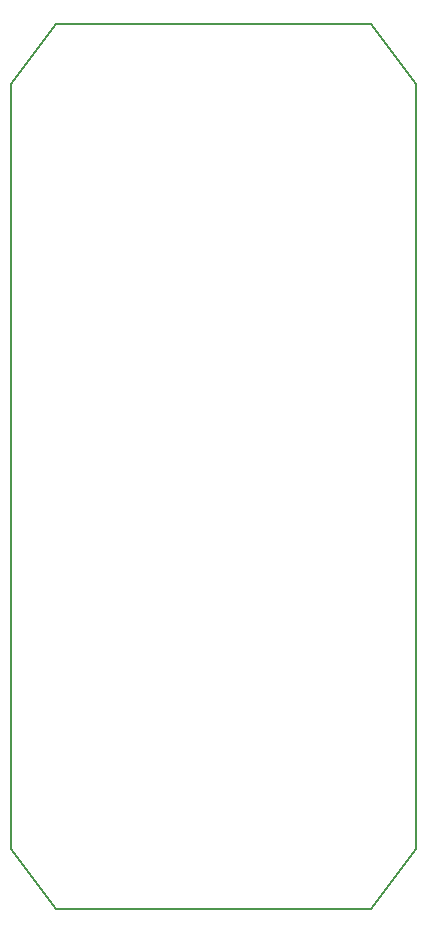
<source format=gbr>
%TF.GenerationSoftware,KiCad,Pcbnew,(6.0.9)*%
%TF.CreationDate,2024-07-08T19:13:13-04:00*%
%TF.ProjectId,PantryLED,50616e74-7279-44c4-9544-2e6b69636164,rev?*%
%TF.SameCoordinates,Original*%
%TF.FileFunction,Profile,NP*%
%FSLAX46Y46*%
G04 Gerber Fmt 4.6, Leading zero omitted, Abs format (unit mm)*
G04 Created by KiCad (PCBNEW (6.0.9)) date 2024-07-08 19:13:13*
%MOMM*%
%LPD*%
G01*
G04 APERTURE LIST*
%TA.AperFunction,Profile*%
%ADD10C,0.200000*%
%TD*%
G04 APERTURE END LIST*
D10*
X158750000Y-49530000D02*
X158750000Y-114300000D01*
X154940000Y-119380000D01*
X128270000Y-119380000D01*
X124460000Y-114300000D01*
X124460000Y-49530000D01*
X128270000Y-44450000D01*
X154940000Y-44450000D01*
X158750000Y-49530000D01*
M02*

</source>
